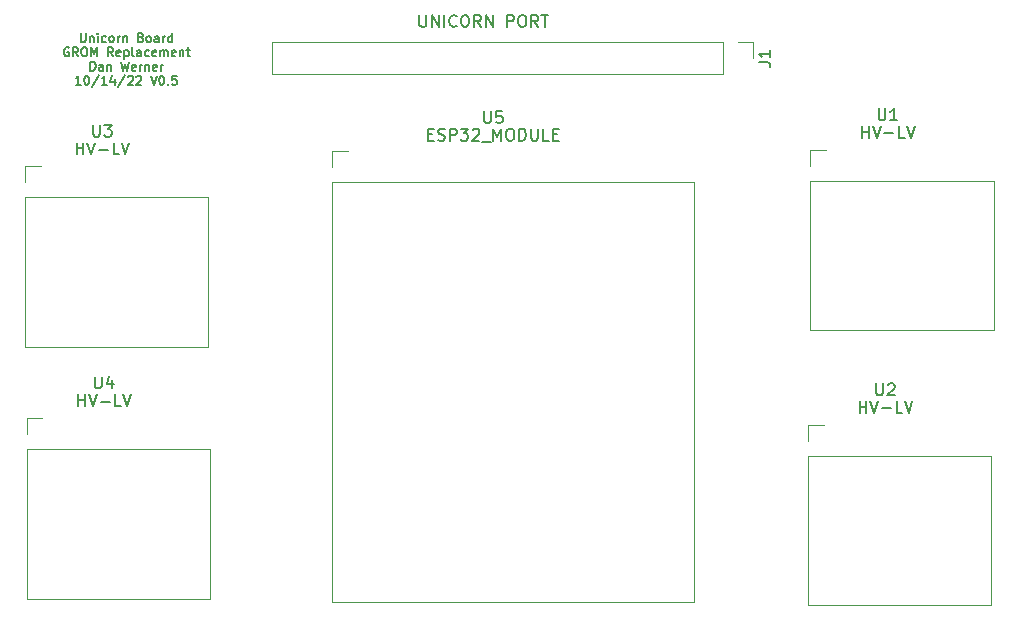
<source format=gbr>
%TF.GenerationSoftware,KiCad,Pcbnew,(6.0.6)*%
%TF.CreationDate,2022-10-16T13:52:34-05:00*%
%TF.ProjectId,unicorn,756e6963-6f72-46e2-9e6b-696361645f70,rev?*%
%TF.SameCoordinates,Original*%
%TF.FileFunction,Legend,Top*%
%TF.FilePolarity,Positive*%
%FSLAX46Y46*%
G04 Gerber Fmt 4.6, Leading zero omitted, Abs format (unit mm)*
G04 Created by KiCad (PCBNEW (6.0.6)) date 2022-10-16 13:52:34*
%MOMM*%
%LPD*%
G01*
G04 APERTURE LIST*
%ADD10C,0.187500*%
%ADD11C,0.150000*%
%ADD12C,0.120000*%
G04 APERTURE END LIST*
D10*
X103825000Y-45578035D02*
X103825000Y-46185178D01*
X103860714Y-46256607D01*
X103896428Y-46292321D01*
X103967857Y-46328035D01*
X104110714Y-46328035D01*
X104182142Y-46292321D01*
X104217857Y-46256607D01*
X104253571Y-46185178D01*
X104253571Y-45578035D01*
X104610714Y-45828035D02*
X104610714Y-46328035D01*
X104610714Y-45899464D02*
X104646428Y-45863750D01*
X104717857Y-45828035D01*
X104825000Y-45828035D01*
X104896428Y-45863750D01*
X104932142Y-45935178D01*
X104932142Y-46328035D01*
X105289285Y-46328035D02*
X105289285Y-45828035D01*
X105289285Y-45578035D02*
X105253571Y-45613750D01*
X105289285Y-45649464D01*
X105325000Y-45613750D01*
X105289285Y-45578035D01*
X105289285Y-45649464D01*
X105967857Y-46292321D02*
X105896428Y-46328035D01*
X105753571Y-46328035D01*
X105682142Y-46292321D01*
X105646428Y-46256607D01*
X105610714Y-46185178D01*
X105610714Y-45970892D01*
X105646428Y-45899464D01*
X105682142Y-45863750D01*
X105753571Y-45828035D01*
X105896428Y-45828035D01*
X105967857Y-45863750D01*
X106396428Y-46328035D02*
X106325000Y-46292321D01*
X106289285Y-46256607D01*
X106253571Y-46185178D01*
X106253571Y-45970892D01*
X106289285Y-45899464D01*
X106325000Y-45863750D01*
X106396428Y-45828035D01*
X106503571Y-45828035D01*
X106575000Y-45863750D01*
X106610714Y-45899464D01*
X106646428Y-45970892D01*
X106646428Y-46185178D01*
X106610714Y-46256607D01*
X106575000Y-46292321D01*
X106503571Y-46328035D01*
X106396428Y-46328035D01*
X106967857Y-46328035D02*
X106967857Y-45828035D01*
X106967857Y-45970892D02*
X107003571Y-45899464D01*
X107039285Y-45863750D01*
X107110714Y-45828035D01*
X107182142Y-45828035D01*
X107432142Y-45828035D02*
X107432142Y-46328035D01*
X107432142Y-45899464D02*
X107467857Y-45863750D01*
X107539285Y-45828035D01*
X107646428Y-45828035D01*
X107717857Y-45863750D01*
X107753571Y-45935178D01*
X107753571Y-46328035D01*
X108932142Y-45935178D02*
X109039285Y-45970892D01*
X109075000Y-46006607D01*
X109110714Y-46078035D01*
X109110714Y-46185178D01*
X109075000Y-46256607D01*
X109039285Y-46292321D01*
X108967857Y-46328035D01*
X108682142Y-46328035D01*
X108682142Y-45578035D01*
X108932142Y-45578035D01*
X109003571Y-45613750D01*
X109039285Y-45649464D01*
X109075000Y-45720892D01*
X109075000Y-45792321D01*
X109039285Y-45863750D01*
X109003571Y-45899464D01*
X108932142Y-45935178D01*
X108682142Y-45935178D01*
X109539285Y-46328035D02*
X109467857Y-46292321D01*
X109432142Y-46256607D01*
X109396428Y-46185178D01*
X109396428Y-45970892D01*
X109432142Y-45899464D01*
X109467857Y-45863750D01*
X109539285Y-45828035D01*
X109646428Y-45828035D01*
X109717857Y-45863750D01*
X109753571Y-45899464D01*
X109789285Y-45970892D01*
X109789285Y-46185178D01*
X109753571Y-46256607D01*
X109717857Y-46292321D01*
X109646428Y-46328035D01*
X109539285Y-46328035D01*
X110432142Y-46328035D02*
X110432142Y-45935178D01*
X110396428Y-45863750D01*
X110325000Y-45828035D01*
X110182142Y-45828035D01*
X110110714Y-45863750D01*
X110432142Y-46292321D02*
X110360714Y-46328035D01*
X110182142Y-46328035D01*
X110110714Y-46292321D01*
X110075000Y-46220892D01*
X110075000Y-46149464D01*
X110110714Y-46078035D01*
X110182142Y-46042321D01*
X110360714Y-46042321D01*
X110432142Y-46006607D01*
X110789285Y-46328035D02*
X110789285Y-45828035D01*
X110789285Y-45970892D02*
X110825000Y-45899464D01*
X110860714Y-45863750D01*
X110932142Y-45828035D01*
X111003571Y-45828035D01*
X111575000Y-46328035D02*
X111575000Y-45578035D01*
X111575000Y-46292321D02*
X111503571Y-46328035D01*
X111360714Y-46328035D01*
X111289285Y-46292321D01*
X111253571Y-46256607D01*
X111217857Y-46185178D01*
X111217857Y-45970892D01*
X111253571Y-45899464D01*
X111289285Y-45863750D01*
X111360714Y-45828035D01*
X111503571Y-45828035D01*
X111575000Y-45863750D01*
X102825000Y-46821250D02*
X102753571Y-46785535D01*
X102646428Y-46785535D01*
X102539285Y-46821250D01*
X102467857Y-46892678D01*
X102432142Y-46964107D01*
X102396428Y-47106964D01*
X102396428Y-47214107D01*
X102432142Y-47356964D01*
X102467857Y-47428392D01*
X102539285Y-47499821D01*
X102646428Y-47535535D01*
X102717857Y-47535535D01*
X102825000Y-47499821D01*
X102860714Y-47464107D01*
X102860714Y-47214107D01*
X102717857Y-47214107D01*
X103610714Y-47535535D02*
X103360714Y-47178392D01*
X103182142Y-47535535D02*
X103182142Y-46785535D01*
X103467857Y-46785535D01*
X103539285Y-46821250D01*
X103575000Y-46856964D01*
X103610714Y-46928392D01*
X103610714Y-47035535D01*
X103575000Y-47106964D01*
X103539285Y-47142678D01*
X103467857Y-47178392D01*
X103182142Y-47178392D01*
X104075000Y-46785535D02*
X104217857Y-46785535D01*
X104289285Y-46821250D01*
X104360714Y-46892678D01*
X104396428Y-47035535D01*
X104396428Y-47285535D01*
X104360714Y-47428392D01*
X104289285Y-47499821D01*
X104217857Y-47535535D01*
X104075000Y-47535535D01*
X104003571Y-47499821D01*
X103932142Y-47428392D01*
X103896428Y-47285535D01*
X103896428Y-47035535D01*
X103932142Y-46892678D01*
X104003571Y-46821250D01*
X104075000Y-46785535D01*
X104717857Y-47535535D02*
X104717857Y-46785535D01*
X104967857Y-47321250D01*
X105217857Y-46785535D01*
X105217857Y-47535535D01*
X106575000Y-47535535D02*
X106325000Y-47178392D01*
X106146428Y-47535535D02*
X106146428Y-46785535D01*
X106432142Y-46785535D01*
X106503571Y-46821250D01*
X106539285Y-46856964D01*
X106575000Y-46928392D01*
X106575000Y-47035535D01*
X106539285Y-47106964D01*
X106503571Y-47142678D01*
X106432142Y-47178392D01*
X106146428Y-47178392D01*
X107182142Y-47499821D02*
X107110714Y-47535535D01*
X106967857Y-47535535D01*
X106896428Y-47499821D01*
X106860714Y-47428392D01*
X106860714Y-47142678D01*
X106896428Y-47071250D01*
X106967857Y-47035535D01*
X107110714Y-47035535D01*
X107182142Y-47071250D01*
X107217857Y-47142678D01*
X107217857Y-47214107D01*
X106860714Y-47285535D01*
X107539285Y-47035535D02*
X107539285Y-47785535D01*
X107539285Y-47071250D02*
X107610714Y-47035535D01*
X107753571Y-47035535D01*
X107825000Y-47071250D01*
X107860714Y-47106964D01*
X107896428Y-47178392D01*
X107896428Y-47392678D01*
X107860714Y-47464107D01*
X107825000Y-47499821D01*
X107753571Y-47535535D01*
X107610714Y-47535535D01*
X107539285Y-47499821D01*
X108325000Y-47535535D02*
X108253571Y-47499821D01*
X108217857Y-47428392D01*
X108217857Y-46785535D01*
X108932142Y-47535535D02*
X108932142Y-47142678D01*
X108896428Y-47071250D01*
X108825000Y-47035535D01*
X108682142Y-47035535D01*
X108610714Y-47071250D01*
X108932142Y-47499821D02*
X108860714Y-47535535D01*
X108682142Y-47535535D01*
X108610714Y-47499821D01*
X108575000Y-47428392D01*
X108575000Y-47356964D01*
X108610714Y-47285535D01*
X108682142Y-47249821D01*
X108860714Y-47249821D01*
X108932142Y-47214107D01*
X109610714Y-47499821D02*
X109539285Y-47535535D01*
X109396428Y-47535535D01*
X109325000Y-47499821D01*
X109289285Y-47464107D01*
X109253571Y-47392678D01*
X109253571Y-47178392D01*
X109289285Y-47106964D01*
X109325000Y-47071250D01*
X109396428Y-47035535D01*
X109539285Y-47035535D01*
X109610714Y-47071250D01*
X110217857Y-47499821D02*
X110146428Y-47535535D01*
X110003571Y-47535535D01*
X109932142Y-47499821D01*
X109896428Y-47428392D01*
X109896428Y-47142678D01*
X109932142Y-47071250D01*
X110003571Y-47035535D01*
X110146428Y-47035535D01*
X110217857Y-47071250D01*
X110253571Y-47142678D01*
X110253571Y-47214107D01*
X109896428Y-47285535D01*
X110575000Y-47535535D02*
X110575000Y-47035535D01*
X110575000Y-47106964D02*
X110610714Y-47071250D01*
X110682142Y-47035535D01*
X110789285Y-47035535D01*
X110860714Y-47071250D01*
X110896428Y-47142678D01*
X110896428Y-47535535D01*
X110896428Y-47142678D02*
X110932142Y-47071250D01*
X111003571Y-47035535D01*
X111110714Y-47035535D01*
X111182142Y-47071250D01*
X111217857Y-47142678D01*
X111217857Y-47535535D01*
X111860714Y-47499821D02*
X111789285Y-47535535D01*
X111646428Y-47535535D01*
X111575000Y-47499821D01*
X111539285Y-47428392D01*
X111539285Y-47142678D01*
X111575000Y-47071250D01*
X111646428Y-47035535D01*
X111789285Y-47035535D01*
X111860714Y-47071250D01*
X111896428Y-47142678D01*
X111896428Y-47214107D01*
X111539285Y-47285535D01*
X112217857Y-47035535D02*
X112217857Y-47535535D01*
X112217857Y-47106964D02*
X112253571Y-47071250D01*
X112325000Y-47035535D01*
X112432142Y-47035535D01*
X112503571Y-47071250D01*
X112539285Y-47142678D01*
X112539285Y-47535535D01*
X112789285Y-47035535D02*
X113075000Y-47035535D01*
X112896428Y-46785535D02*
X112896428Y-47428392D01*
X112932142Y-47499821D01*
X113003571Y-47535535D01*
X113075000Y-47535535D01*
X104664285Y-48743035D02*
X104664285Y-47993035D01*
X104842857Y-47993035D01*
X104950000Y-48028750D01*
X105021428Y-48100178D01*
X105057142Y-48171607D01*
X105092857Y-48314464D01*
X105092857Y-48421607D01*
X105057142Y-48564464D01*
X105021428Y-48635892D01*
X104950000Y-48707321D01*
X104842857Y-48743035D01*
X104664285Y-48743035D01*
X105735714Y-48743035D02*
X105735714Y-48350178D01*
X105700000Y-48278750D01*
X105628571Y-48243035D01*
X105485714Y-48243035D01*
X105414285Y-48278750D01*
X105735714Y-48707321D02*
X105664285Y-48743035D01*
X105485714Y-48743035D01*
X105414285Y-48707321D01*
X105378571Y-48635892D01*
X105378571Y-48564464D01*
X105414285Y-48493035D01*
X105485714Y-48457321D01*
X105664285Y-48457321D01*
X105735714Y-48421607D01*
X106092857Y-48243035D02*
X106092857Y-48743035D01*
X106092857Y-48314464D02*
X106128571Y-48278750D01*
X106200000Y-48243035D01*
X106307142Y-48243035D01*
X106378571Y-48278750D01*
X106414285Y-48350178D01*
X106414285Y-48743035D01*
X107271428Y-47993035D02*
X107450000Y-48743035D01*
X107592857Y-48207321D01*
X107735714Y-48743035D01*
X107914285Y-47993035D01*
X108485714Y-48707321D02*
X108414285Y-48743035D01*
X108271428Y-48743035D01*
X108200000Y-48707321D01*
X108164285Y-48635892D01*
X108164285Y-48350178D01*
X108200000Y-48278750D01*
X108271428Y-48243035D01*
X108414285Y-48243035D01*
X108485714Y-48278750D01*
X108521428Y-48350178D01*
X108521428Y-48421607D01*
X108164285Y-48493035D01*
X108842857Y-48743035D02*
X108842857Y-48243035D01*
X108842857Y-48385892D02*
X108878571Y-48314464D01*
X108914285Y-48278750D01*
X108985714Y-48243035D01*
X109057142Y-48243035D01*
X109307142Y-48243035D02*
X109307142Y-48743035D01*
X109307142Y-48314464D02*
X109342857Y-48278750D01*
X109414285Y-48243035D01*
X109521428Y-48243035D01*
X109592857Y-48278750D01*
X109628571Y-48350178D01*
X109628571Y-48743035D01*
X110271428Y-48707321D02*
X110200000Y-48743035D01*
X110057142Y-48743035D01*
X109985714Y-48707321D01*
X109950000Y-48635892D01*
X109950000Y-48350178D01*
X109985714Y-48278750D01*
X110057142Y-48243035D01*
X110200000Y-48243035D01*
X110271428Y-48278750D01*
X110307142Y-48350178D01*
X110307142Y-48421607D01*
X109950000Y-48493035D01*
X110628571Y-48743035D02*
X110628571Y-48243035D01*
X110628571Y-48385892D02*
X110664285Y-48314464D01*
X110700000Y-48278750D01*
X110771428Y-48243035D01*
X110842857Y-48243035D01*
X103842857Y-49950535D02*
X103414285Y-49950535D01*
X103628571Y-49950535D02*
X103628571Y-49200535D01*
X103557142Y-49307678D01*
X103485714Y-49379107D01*
X103414285Y-49414821D01*
X104307142Y-49200535D02*
X104378571Y-49200535D01*
X104450000Y-49236250D01*
X104485714Y-49271964D01*
X104521428Y-49343392D01*
X104557142Y-49486250D01*
X104557142Y-49664821D01*
X104521428Y-49807678D01*
X104485714Y-49879107D01*
X104450000Y-49914821D01*
X104378571Y-49950535D01*
X104307142Y-49950535D01*
X104235714Y-49914821D01*
X104200000Y-49879107D01*
X104164285Y-49807678D01*
X104128571Y-49664821D01*
X104128571Y-49486250D01*
X104164285Y-49343392D01*
X104200000Y-49271964D01*
X104235714Y-49236250D01*
X104307142Y-49200535D01*
X105414285Y-49164821D02*
X104771428Y-50129107D01*
X106057142Y-49950535D02*
X105628571Y-49950535D01*
X105842857Y-49950535D02*
X105842857Y-49200535D01*
X105771428Y-49307678D01*
X105700000Y-49379107D01*
X105628571Y-49414821D01*
X106700000Y-49450535D02*
X106700000Y-49950535D01*
X106521428Y-49164821D02*
X106342857Y-49700535D01*
X106807142Y-49700535D01*
X107628571Y-49164821D02*
X106985714Y-50129107D01*
X107842857Y-49271964D02*
X107878571Y-49236250D01*
X107950000Y-49200535D01*
X108128571Y-49200535D01*
X108200000Y-49236250D01*
X108235714Y-49271964D01*
X108271428Y-49343392D01*
X108271428Y-49414821D01*
X108235714Y-49521964D01*
X107807142Y-49950535D01*
X108271428Y-49950535D01*
X108557142Y-49271964D02*
X108592857Y-49236250D01*
X108664285Y-49200535D01*
X108842857Y-49200535D01*
X108914285Y-49236250D01*
X108950000Y-49271964D01*
X108985714Y-49343392D01*
X108985714Y-49414821D01*
X108950000Y-49521964D01*
X108521428Y-49950535D01*
X108985714Y-49950535D01*
X109771428Y-49200535D02*
X110021428Y-49950535D01*
X110271428Y-49200535D01*
X110664285Y-49200535D02*
X110735714Y-49200535D01*
X110807142Y-49236250D01*
X110842857Y-49271964D01*
X110878571Y-49343392D01*
X110914285Y-49486250D01*
X110914285Y-49664821D01*
X110878571Y-49807678D01*
X110842857Y-49879107D01*
X110807142Y-49914821D01*
X110735714Y-49950535D01*
X110664285Y-49950535D01*
X110592857Y-49914821D01*
X110557142Y-49879107D01*
X110521428Y-49807678D01*
X110485714Y-49664821D01*
X110485714Y-49486250D01*
X110521428Y-49343392D01*
X110557142Y-49271964D01*
X110592857Y-49236250D01*
X110664285Y-49200535D01*
X111235714Y-49879107D02*
X111271428Y-49914821D01*
X111235714Y-49950535D01*
X111200000Y-49914821D01*
X111235714Y-49879107D01*
X111235714Y-49950535D01*
X111950000Y-49200535D02*
X111592857Y-49200535D01*
X111557142Y-49557678D01*
X111592857Y-49521964D01*
X111664285Y-49486250D01*
X111842857Y-49486250D01*
X111914285Y-49521964D01*
X111950000Y-49557678D01*
X111985714Y-49629107D01*
X111985714Y-49807678D01*
X111950000Y-49879107D01*
X111914285Y-49914821D01*
X111842857Y-49950535D01*
X111664285Y-49950535D01*
X111592857Y-49914821D01*
X111557142Y-49879107D01*
D11*
%TO.C,J1*%
X161232380Y-48033333D02*
X161946666Y-48033333D01*
X162089523Y-48080952D01*
X162184761Y-48176190D01*
X162232380Y-48319047D01*
X162232380Y-48414285D01*
X162232380Y-47033333D02*
X162232380Y-47604761D01*
X162232380Y-47319047D02*
X161232380Y-47319047D01*
X161375238Y-47414285D01*
X161470476Y-47509523D01*
X161518095Y-47604761D01*
X132519047Y-44052380D02*
X132519047Y-44861904D01*
X132566666Y-44957142D01*
X132614285Y-45004761D01*
X132709523Y-45052380D01*
X132900000Y-45052380D01*
X132995238Y-45004761D01*
X133042857Y-44957142D01*
X133090476Y-44861904D01*
X133090476Y-44052380D01*
X133566666Y-45052380D02*
X133566666Y-44052380D01*
X134138095Y-45052380D01*
X134138095Y-44052380D01*
X134614285Y-45052380D02*
X134614285Y-44052380D01*
X135661904Y-44957142D02*
X135614285Y-45004761D01*
X135471428Y-45052380D01*
X135376190Y-45052380D01*
X135233333Y-45004761D01*
X135138095Y-44909523D01*
X135090476Y-44814285D01*
X135042857Y-44623809D01*
X135042857Y-44480952D01*
X135090476Y-44290476D01*
X135138095Y-44195238D01*
X135233333Y-44100000D01*
X135376190Y-44052380D01*
X135471428Y-44052380D01*
X135614285Y-44100000D01*
X135661904Y-44147619D01*
X136280952Y-44052380D02*
X136471428Y-44052380D01*
X136566666Y-44100000D01*
X136661904Y-44195238D01*
X136709523Y-44385714D01*
X136709523Y-44719047D01*
X136661904Y-44909523D01*
X136566666Y-45004761D01*
X136471428Y-45052380D01*
X136280952Y-45052380D01*
X136185714Y-45004761D01*
X136090476Y-44909523D01*
X136042857Y-44719047D01*
X136042857Y-44385714D01*
X136090476Y-44195238D01*
X136185714Y-44100000D01*
X136280952Y-44052380D01*
X137709523Y-45052380D02*
X137376190Y-44576190D01*
X137138095Y-45052380D02*
X137138095Y-44052380D01*
X137519047Y-44052380D01*
X137614285Y-44100000D01*
X137661904Y-44147619D01*
X137709523Y-44242857D01*
X137709523Y-44385714D01*
X137661904Y-44480952D01*
X137614285Y-44528571D01*
X137519047Y-44576190D01*
X137138095Y-44576190D01*
X138138095Y-45052380D02*
X138138095Y-44052380D01*
X138709523Y-45052380D01*
X138709523Y-44052380D01*
X139947619Y-45052380D02*
X139947619Y-44052380D01*
X140328571Y-44052380D01*
X140423809Y-44100000D01*
X140471428Y-44147619D01*
X140519047Y-44242857D01*
X140519047Y-44385714D01*
X140471428Y-44480952D01*
X140423809Y-44528571D01*
X140328571Y-44576190D01*
X139947619Y-44576190D01*
X141138095Y-44052380D02*
X141328571Y-44052380D01*
X141423809Y-44100000D01*
X141519047Y-44195238D01*
X141566666Y-44385714D01*
X141566666Y-44719047D01*
X141519047Y-44909523D01*
X141423809Y-45004761D01*
X141328571Y-45052380D01*
X141138095Y-45052380D01*
X141042857Y-45004761D01*
X140947619Y-44909523D01*
X140900000Y-44719047D01*
X140900000Y-44385714D01*
X140947619Y-44195238D01*
X141042857Y-44100000D01*
X141138095Y-44052380D01*
X142566666Y-45052380D02*
X142233333Y-44576190D01*
X141995238Y-45052380D02*
X141995238Y-44052380D01*
X142376190Y-44052380D01*
X142471428Y-44100000D01*
X142519047Y-44147619D01*
X142566666Y-44242857D01*
X142566666Y-44385714D01*
X142519047Y-44480952D01*
X142471428Y-44528571D01*
X142376190Y-44576190D01*
X141995238Y-44576190D01*
X142852380Y-44052380D02*
X143423809Y-44052380D01*
X143138095Y-45052380D02*
X143138095Y-44052380D01*
%TO.C,U4*%
X105038095Y-74652380D02*
X105038095Y-75461904D01*
X105085714Y-75557142D01*
X105133333Y-75604761D01*
X105228571Y-75652380D01*
X105419047Y-75652380D01*
X105514285Y-75604761D01*
X105561904Y-75557142D01*
X105609523Y-75461904D01*
X105609523Y-74652380D01*
X106514285Y-74985714D02*
X106514285Y-75652380D01*
X106276190Y-74604761D02*
X106038095Y-75319047D01*
X106657142Y-75319047D01*
X103633333Y-77152380D02*
X103633333Y-76152380D01*
X103633333Y-76628571D02*
X104204761Y-76628571D01*
X104204761Y-77152380D02*
X104204761Y-76152380D01*
X104538095Y-76152380D02*
X104871428Y-77152380D01*
X105204761Y-76152380D01*
X105538095Y-76771428D02*
X106300000Y-76771428D01*
X107252380Y-77152380D02*
X106776190Y-77152380D01*
X106776190Y-76152380D01*
X107442857Y-76152380D02*
X107776190Y-77152380D01*
X108109523Y-76152380D01*
%TO.C,U2*%
X171188095Y-75239880D02*
X171188095Y-76049404D01*
X171235714Y-76144642D01*
X171283333Y-76192261D01*
X171378571Y-76239880D01*
X171569047Y-76239880D01*
X171664285Y-76192261D01*
X171711904Y-76144642D01*
X171759523Y-76049404D01*
X171759523Y-75239880D01*
X172188095Y-75335119D02*
X172235714Y-75287500D01*
X172330952Y-75239880D01*
X172569047Y-75239880D01*
X172664285Y-75287500D01*
X172711904Y-75335119D01*
X172759523Y-75430357D01*
X172759523Y-75525595D01*
X172711904Y-75668452D01*
X172140476Y-76239880D01*
X172759523Y-76239880D01*
X169783333Y-77739880D02*
X169783333Y-76739880D01*
X169783333Y-77216071D02*
X170354761Y-77216071D01*
X170354761Y-77739880D02*
X170354761Y-76739880D01*
X170688095Y-76739880D02*
X171021428Y-77739880D01*
X171354761Y-76739880D01*
X171688095Y-77358928D02*
X172450000Y-77358928D01*
X173402380Y-77739880D02*
X172926190Y-77739880D01*
X172926190Y-76739880D01*
X173592857Y-76739880D02*
X173926190Y-77739880D01*
X174259523Y-76739880D01*
%TO.C,U5*%
X137988095Y-52177380D02*
X137988095Y-52986904D01*
X138035714Y-53082142D01*
X138083333Y-53129761D01*
X138178571Y-53177380D01*
X138369047Y-53177380D01*
X138464285Y-53129761D01*
X138511904Y-53082142D01*
X138559523Y-52986904D01*
X138559523Y-52177380D01*
X139511904Y-52177380D02*
X139035714Y-52177380D01*
X138988095Y-52653571D01*
X139035714Y-52605952D01*
X139130952Y-52558333D01*
X139369047Y-52558333D01*
X139464285Y-52605952D01*
X139511904Y-52653571D01*
X139559523Y-52748809D01*
X139559523Y-52986904D01*
X139511904Y-53082142D01*
X139464285Y-53129761D01*
X139369047Y-53177380D01*
X139130952Y-53177380D01*
X139035714Y-53129761D01*
X138988095Y-53082142D01*
X133250000Y-54153571D02*
X133583333Y-54153571D01*
X133726190Y-54677380D02*
X133250000Y-54677380D01*
X133250000Y-53677380D01*
X133726190Y-53677380D01*
X134107142Y-54629761D02*
X134250000Y-54677380D01*
X134488095Y-54677380D01*
X134583333Y-54629761D01*
X134630952Y-54582142D01*
X134678571Y-54486904D01*
X134678571Y-54391666D01*
X134630952Y-54296428D01*
X134583333Y-54248809D01*
X134488095Y-54201190D01*
X134297619Y-54153571D01*
X134202380Y-54105952D01*
X134154761Y-54058333D01*
X134107142Y-53963095D01*
X134107142Y-53867857D01*
X134154761Y-53772619D01*
X134202380Y-53725000D01*
X134297619Y-53677380D01*
X134535714Y-53677380D01*
X134678571Y-53725000D01*
X135107142Y-54677380D02*
X135107142Y-53677380D01*
X135488095Y-53677380D01*
X135583333Y-53725000D01*
X135630952Y-53772619D01*
X135678571Y-53867857D01*
X135678571Y-54010714D01*
X135630952Y-54105952D01*
X135583333Y-54153571D01*
X135488095Y-54201190D01*
X135107142Y-54201190D01*
X136011904Y-53677380D02*
X136630952Y-53677380D01*
X136297619Y-54058333D01*
X136440476Y-54058333D01*
X136535714Y-54105952D01*
X136583333Y-54153571D01*
X136630952Y-54248809D01*
X136630952Y-54486904D01*
X136583333Y-54582142D01*
X136535714Y-54629761D01*
X136440476Y-54677380D01*
X136154761Y-54677380D01*
X136059523Y-54629761D01*
X136011904Y-54582142D01*
X137011904Y-53772619D02*
X137059523Y-53725000D01*
X137154761Y-53677380D01*
X137392857Y-53677380D01*
X137488095Y-53725000D01*
X137535714Y-53772619D01*
X137583333Y-53867857D01*
X137583333Y-53963095D01*
X137535714Y-54105952D01*
X136964285Y-54677380D01*
X137583333Y-54677380D01*
X137773809Y-54772619D02*
X138535714Y-54772619D01*
X138773809Y-54677380D02*
X138773809Y-53677380D01*
X139107142Y-54391666D01*
X139440476Y-53677380D01*
X139440476Y-54677380D01*
X140107142Y-53677380D02*
X140297619Y-53677380D01*
X140392857Y-53725000D01*
X140488095Y-53820238D01*
X140535714Y-54010714D01*
X140535714Y-54344047D01*
X140488095Y-54534523D01*
X140392857Y-54629761D01*
X140297619Y-54677380D01*
X140107142Y-54677380D01*
X140011904Y-54629761D01*
X139916666Y-54534523D01*
X139869047Y-54344047D01*
X139869047Y-54010714D01*
X139916666Y-53820238D01*
X140011904Y-53725000D01*
X140107142Y-53677380D01*
X140964285Y-54677380D02*
X140964285Y-53677380D01*
X141202380Y-53677380D01*
X141345238Y-53725000D01*
X141440476Y-53820238D01*
X141488095Y-53915476D01*
X141535714Y-54105952D01*
X141535714Y-54248809D01*
X141488095Y-54439285D01*
X141440476Y-54534523D01*
X141345238Y-54629761D01*
X141202380Y-54677380D01*
X140964285Y-54677380D01*
X141964285Y-53677380D02*
X141964285Y-54486904D01*
X142011904Y-54582142D01*
X142059523Y-54629761D01*
X142154761Y-54677380D01*
X142345238Y-54677380D01*
X142440476Y-54629761D01*
X142488095Y-54582142D01*
X142535714Y-54486904D01*
X142535714Y-53677380D01*
X143488095Y-54677380D02*
X143011904Y-54677380D01*
X143011904Y-53677380D01*
X143821428Y-54153571D02*
X144154761Y-54153571D01*
X144297619Y-54677380D02*
X143821428Y-54677380D01*
X143821428Y-53677380D01*
X144297619Y-53677380D01*
%TO.C,U1*%
X171388095Y-51939880D02*
X171388095Y-52749404D01*
X171435714Y-52844642D01*
X171483333Y-52892261D01*
X171578571Y-52939880D01*
X171769047Y-52939880D01*
X171864285Y-52892261D01*
X171911904Y-52844642D01*
X171959523Y-52749404D01*
X171959523Y-51939880D01*
X172959523Y-52939880D02*
X172388095Y-52939880D01*
X172673809Y-52939880D02*
X172673809Y-51939880D01*
X172578571Y-52082738D01*
X172483333Y-52177976D01*
X172388095Y-52225595D01*
X169983333Y-54439880D02*
X169983333Y-53439880D01*
X169983333Y-53916071D02*
X170554761Y-53916071D01*
X170554761Y-54439880D02*
X170554761Y-53439880D01*
X170888095Y-53439880D02*
X171221428Y-54439880D01*
X171554761Y-53439880D01*
X171888095Y-54058928D02*
X172650000Y-54058928D01*
X173602380Y-54439880D02*
X173126190Y-54439880D01*
X173126190Y-53439880D01*
X173792857Y-53439880D02*
X174126190Y-54439880D01*
X174459523Y-53439880D01*
%TO.C,U3*%
X104888095Y-53339880D02*
X104888095Y-54149404D01*
X104935714Y-54244642D01*
X104983333Y-54292261D01*
X105078571Y-54339880D01*
X105269047Y-54339880D01*
X105364285Y-54292261D01*
X105411904Y-54244642D01*
X105459523Y-54149404D01*
X105459523Y-53339880D01*
X105840476Y-53339880D02*
X106459523Y-53339880D01*
X106126190Y-53720833D01*
X106269047Y-53720833D01*
X106364285Y-53768452D01*
X106411904Y-53816071D01*
X106459523Y-53911309D01*
X106459523Y-54149404D01*
X106411904Y-54244642D01*
X106364285Y-54292261D01*
X106269047Y-54339880D01*
X105983333Y-54339880D01*
X105888095Y-54292261D01*
X105840476Y-54244642D01*
X103483333Y-55839880D02*
X103483333Y-54839880D01*
X103483333Y-55316071D02*
X104054761Y-55316071D01*
X104054761Y-55839880D02*
X104054761Y-54839880D01*
X104388095Y-54839880D02*
X104721428Y-55839880D01*
X105054761Y-54839880D01*
X105388095Y-55458928D02*
X106150000Y-55458928D01*
X107102380Y-55839880D02*
X106626190Y-55839880D01*
X106626190Y-54839880D01*
X107292857Y-54839880D02*
X107626190Y-55839880D01*
X107959523Y-54839880D01*
D12*
%TO.C,J1*%
X158180000Y-49030000D02*
X120020000Y-49030000D01*
X158180000Y-46370000D02*
X158180000Y-49030000D01*
X120020000Y-46370000D02*
X120020000Y-49030000D01*
X160780000Y-46370000D02*
X160780000Y-47700000D01*
X158180000Y-46370000D02*
X120020000Y-46370000D01*
X159450000Y-46370000D02*
X160780000Y-46370000D01*
%TO.C,U4*%
X99270000Y-79500000D02*
X99270000Y-78170000D01*
X99270000Y-78170000D02*
X100600000Y-78170000D01*
X114800000Y-80770000D02*
X114800000Y-93450000D01*
X99270000Y-80770000D02*
X99270000Y-93450000D01*
X99270000Y-80770000D02*
X114800000Y-80770000D01*
X99270000Y-93450000D02*
X114800000Y-93450000D01*
%TO.C,U2*%
X165420000Y-81357500D02*
X165420000Y-94037500D01*
X165420000Y-78757500D02*
X166750000Y-78757500D01*
X165420000Y-94037500D02*
X180950000Y-94037500D01*
X180950000Y-81357500D02*
X180950000Y-94037500D01*
X165420000Y-80087500D02*
X165420000Y-78757500D01*
X165420000Y-81357500D02*
X180950000Y-81357500D01*
%TO.C,U5*%
X125120000Y-58145000D02*
X155750000Y-58145000D01*
X125120000Y-56875000D02*
X125120000Y-55545000D01*
X125120000Y-55545000D02*
X126450000Y-55545000D01*
X125120000Y-58145000D02*
X125120000Y-93765000D01*
X155750000Y-58145000D02*
X155750000Y-93765000D01*
X125120000Y-93765000D02*
X155750000Y-93765000D01*
%TO.C,U1*%
X181150000Y-58057500D02*
X181150000Y-70737500D01*
X165620000Y-56787500D02*
X165620000Y-55457500D01*
X165620000Y-70737500D02*
X181150000Y-70737500D01*
X165620000Y-58057500D02*
X181150000Y-58057500D01*
X165620000Y-58057500D02*
X165620000Y-70737500D01*
X165620000Y-55457500D02*
X166950000Y-55457500D01*
%TO.C,U3*%
X99120000Y-58187500D02*
X99120000Y-56857500D01*
X114650000Y-59457500D02*
X114650000Y-72137500D01*
X99120000Y-59457500D02*
X114650000Y-59457500D01*
X99120000Y-72137500D02*
X114650000Y-72137500D01*
X99120000Y-56857500D02*
X100450000Y-56857500D01*
X99120000Y-59457500D02*
X99120000Y-72137500D01*
%TD*%
M02*

</source>
